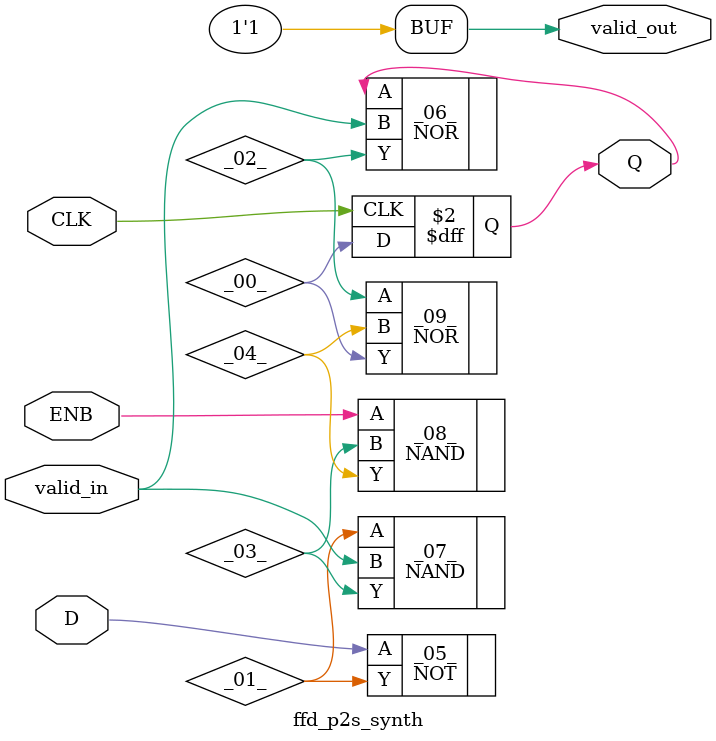
<source format=v>
/* Generated by Yosys 0.7+560 (git sha1 d9a2b430, gcc 7.3.1 -fPIC -Os) */

module ffd_p2s_synth(CLK, D, ENB, valid_in, Q, valid_out);
  wire _00_;
  wire _01_;
  wire _02_;
  wire _03_;
  wire _04_;
  input CLK;
  input D;
  input ENB;
  output Q;
  reg Q;
  input valid_in;
  output valid_out;
  NOT _05_ (
    .A(D),
    .Y(_01_)
  );
  NOR _06_ (
    .A(Q),
    .B(valid_in),
    .Y(_02_)
  );
  NAND _07_ (
    .A(_01_),
    .B(valid_in),
    .Y(_03_)
  );
  NAND _08_ (
    .A(ENB),
    .B(_03_),
    .Y(_04_)
  );
  NOR _09_ (
    .A(_02_),
    .B(_04_),
    .Y(_00_)
  );
  always @(posedge CLK)
      Q <= _00_;
  assign valid_out = 1'h1;
endmodule

</source>
